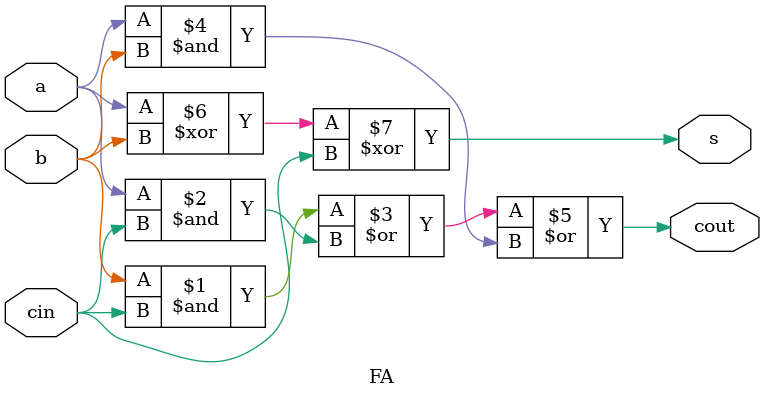
<source format=v>
module L8part6(S,sw,clk,LEDG,HEX0,HEX1,HEX2,HEX3,HEX4,HEX5,HEX6,HEX7);
	input clk;
	input [17:0] sw; //17 write 16 select 15-8:A,C 7-0:B,D
	output reg[15:0]S;
	output [0:6]HEX0,HEX1,HEX2,HEX3,HEX4,HEX5,HEX6,HEX7;
	output LEDG; //LEDG8 cout
	reg [3:0] A,B,C,D;
	reg overflow;
	assign LEDG = overflow;
	
	initial begin
	A = 0;
	B = 0;
	C = 0;
	D = 0;
	S = 0;
	overflow = 0;
	end
	always @(posedge clk) begin
		

				if(sw[16] == 1) begin
					 A = sw[15:8];
					 B = sw[7:0];
				end
				if(sw[16] == 0) begin
				
					C = sw[15:8];
					D = sw[7:0];
					
				end
				
			if(sw[17] == 1) begin
				S <= (A*B) + (C*D);
				
			end
		
	end
	
	wire [3:0]onesA,tensA,onesB,tensB,onesS,tensS,hundS,thouS;
	assign onesA = sw[15:8] % 16;
   assign tensA = (sw[15:8] - onesA) / 16;
   assign onesB = sw[7:0] % 16;
   assign tensB = (sw[7:0] - onesB) / 16;
	assign onesS = (S % 4096) % 256 % 16;
	assign tensS = ((S % 4096 % 256) - onesS) /16;
	assign hundS = (S - tensS * 16 - onesS) / 256;
	assign thouS = (S - hundS * 256 - tensS *16 - onesS) / 4096;
	display_7seg d7(tensA,HEX7);
	display_7seg d6(onesA,HEX6);
	display_7seg d5(tensB,HEX5);
	display_7seg d4(onesB,HEX4);
	display_7seg d3(thouS,HEX3);
	display_7seg d2(hundS,HEX2);
	display_7seg d1(tensS,HEX1);
	display_7seg d0(onesS,HEX0);
	
endmodule


module display_7seg(sw,HEX);

	input[3:0] sw;
	output [0:6]HEX;
	
	assign HEX = (sw == 4'b0000) ? 7'b0000001: //0
					 (sw == 4'b0001) ? 7'b1001111: //1
					 (sw == 4'b0010) ? 7'b0010010: //2
					 (sw == 4'b0011) ? 7'b0000110: //3
					 (sw == 4'b0100) ? 7'b1001100: //4
					 (sw == 4'b0101) ? 7'b0100100: //5
					 (sw == 4'b0110) ? 7'b0100000: //6
					 (sw == 4'b0111) ? 7'b0001101: //7
					 (sw == 4'b1000) ? 7'b0000000: //8
					 (sw == 4'b1001) ? 7'b0000100: //9
					 (sw == 4'b1010) ? 7'b0001000:
					 (sw == 4'b1011) ? 7'b1100000:
					 (sw == 4'b1100) ? 7'b0110001:
					 (sw == 4'b1101) ? 7'b1000010:
					 (sw == 4'b1110) ? 7'b0110000:
					 (sw == 4'b1111) ? 7'b0111000: 7'b1111111;
	
endmodule

module FA(a,b,cin,s,cout); //full-adder module

	input a,b,cin;
	output s,cout;
	
	assign cout = (b & cin) | (a & cin) | (a & b); //assign cout
	assign s = a ^ b ^ cin; //assign s
	
endmodule

</source>
